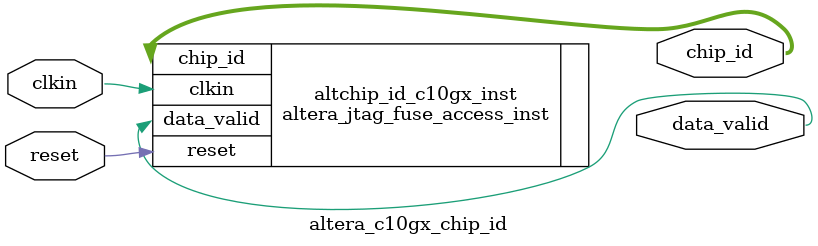
<source format=v>






// synthesis VERILOG_INPUT_VERSION VERILOG_2001
`timescale 1 ns / 1 ns

module  altera_c10gx_chip_id
	( 
	clkin,
	chip_id,
	data_valid,
	reset);
	
	input	clkin;
	output	[63:0]	chip_id;
	output	data_valid;
	input	reset;
	
	altera_jtag_fuse_access_inst altchip_id_c10gx_inst( 
		.clkin 			(clkin),
		.chip_id 		(chip_id),
		.data_valid 	(data_valid),
		.reset 			(reset)
	);
		
endmodule //altchip_id
//VALID FILE

</source>
